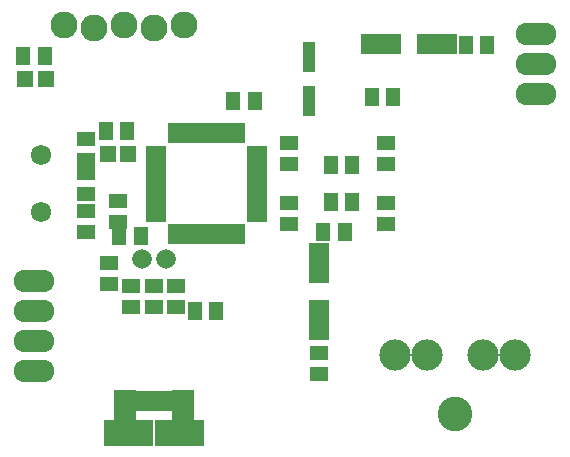
<source format=gts>
G04 #@! TF.FileFunction,Soldermask,Top*
%FSLAX46Y46*%
G04 Gerber Fmt 4.6, Leading zero omitted, Abs format (unit mm)*
G04 Created by KiCad (PCBNEW 4.0.5) date Saturday, 25 March 2017 'PMt' 19:04:54*
%MOMM*%
%LPD*%
G01*
G04 APERTURE LIST*
%ADD10C,0.100000*%
%ADD11C,1.670000*%
%ADD12R,1.197560X1.598880*%
%ADD13R,1.047700X2.599640*%
%ADD14R,1.598880X1.197560*%
%ADD15R,1.799540X3.399740*%
%ADD16R,3.399740X1.799540*%
%ADD17R,0.849580X1.779220*%
%ADD18R,1.873200X2.498040*%
%ADD19R,2.774900X2.299920*%
%ADD20R,1.573480X2.299920*%
%ADD21C,2.279600*%
%ADD22R,1.398220X1.398220*%
%ADD23C,1.720800*%
%ADD24O,3.448000X1.924000*%
%ADD25R,0.958800X1.670000*%
%ADD26R,1.670000X0.958800*%
%ADD27C,2.940000*%
%ADD28C,2.647900*%
G04 APERTURE END LIST*
D10*
D11*
X162288220Y-78105000D03*
X160291780Y-78105000D03*
D12*
X169809160Y-64770000D03*
X168010840Y-64770000D03*
D13*
X174426880Y-64764920D03*
X174426880Y-61066680D03*
D14*
X172720000Y-68315840D03*
X172720000Y-70114160D03*
X155575000Y-69796660D03*
X155575000Y-67998340D03*
X155575000Y-74030840D03*
X155575000Y-75829160D03*
D12*
X176265840Y-73342500D03*
X178064160Y-73342500D03*
D14*
X172720000Y-73395840D03*
X172720000Y-75194160D03*
D12*
X176265840Y-70167500D03*
X178064160Y-70167500D03*
X158358840Y-76200000D03*
X160157160Y-76200000D03*
D15*
X175260000Y-78501240D03*
X175260000Y-83296760D03*
D16*
X180482240Y-59944000D03*
X185277760Y-59944000D03*
D14*
X157480000Y-78475840D03*
X157480000Y-80274160D03*
D17*
X159992060Y-90170000D03*
X160642300Y-90170000D03*
X161290000Y-90170000D03*
X161937700Y-90170000D03*
X162587940Y-90170000D03*
D18*
X158828740Y-90528140D03*
X163751260Y-90528140D03*
D19*
X158379160Y-92829380D03*
D20*
X160472120Y-92829380D03*
X162138360Y-92829380D03*
D19*
X164200840Y-92829380D03*
D21*
X153670000Y-58293000D03*
X156210000Y-58547000D03*
X158750000Y-58293000D03*
X161290000Y-58547000D03*
X163830000Y-58293000D03*
D14*
X159385000Y-80380840D03*
X159385000Y-82179160D03*
D22*
X152133300Y-62865000D03*
X150380700Y-62865000D03*
X159118300Y-69215000D03*
X157365700Y-69215000D03*
D23*
X151765000Y-69342000D03*
X151765000Y-74168000D03*
D14*
X155575000Y-70855840D03*
X155575000Y-72654160D03*
X180975000Y-75194160D03*
X180975000Y-73395840D03*
X158242000Y-75003660D03*
X158242000Y-73205340D03*
X180911500Y-68315840D03*
X180911500Y-70114160D03*
D12*
X177429160Y-75882500D03*
X175630840Y-75882500D03*
X181556660Y-64452500D03*
X179758340Y-64452500D03*
D14*
X161290000Y-80380840D03*
X161290000Y-82179160D03*
X175260000Y-87894160D03*
X175260000Y-86095840D03*
X163195000Y-80380840D03*
X163195000Y-82179160D03*
D12*
X189494160Y-60007500D03*
X187695840Y-60007500D03*
X164772340Y-82550000D03*
X166570660Y-82550000D03*
X152029160Y-60960000D03*
X150230840Y-60960000D03*
X159014160Y-67310000D03*
X157215840Y-67310000D03*
D24*
X151130000Y-80010000D03*
X151130000Y-82550000D03*
X151130000Y-85090000D03*
X151130000Y-87630000D03*
D25*
X168534080Y-67462400D03*
X167733980Y-67462400D03*
X166933880Y-67462400D03*
X166133780Y-67462400D03*
X165336220Y-67462400D03*
X164536120Y-67462400D03*
X163736020Y-67462400D03*
X162935920Y-67462400D03*
D26*
X161442400Y-68955920D03*
X161442400Y-69756020D03*
X161442400Y-70556120D03*
X161442400Y-71356220D03*
X161442400Y-72153780D03*
X161442400Y-72953880D03*
X161442400Y-73753980D03*
X161442400Y-74554080D03*
D25*
X162935920Y-76045060D03*
X163736020Y-76045060D03*
X164536120Y-76045060D03*
X165336220Y-76045060D03*
X166133780Y-76045060D03*
X166933880Y-76045060D03*
X167733980Y-76045060D03*
X168534080Y-76045060D03*
D26*
X170025060Y-74554080D03*
X170025060Y-73753980D03*
X170025060Y-72953880D03*
X170025060Y-72153780D03*
X170025060Y-71356220D03*
X170025060Y-70556120D03*
X170025060Y-69756020D03*
X170025060Y-68955920D03*
D24*
X193675000Y-59055000D03*
X193675000Y-61595000D03*
X193675000Y-64135000D03*
D27*
X186789060Y-91282520D03*
D28*
X181691280Y-86281260D03*
X184391300Y-86281260D03*
X189189360Y-86281260D03*
X191889380Y-86281260D03*
M02*

</source>
